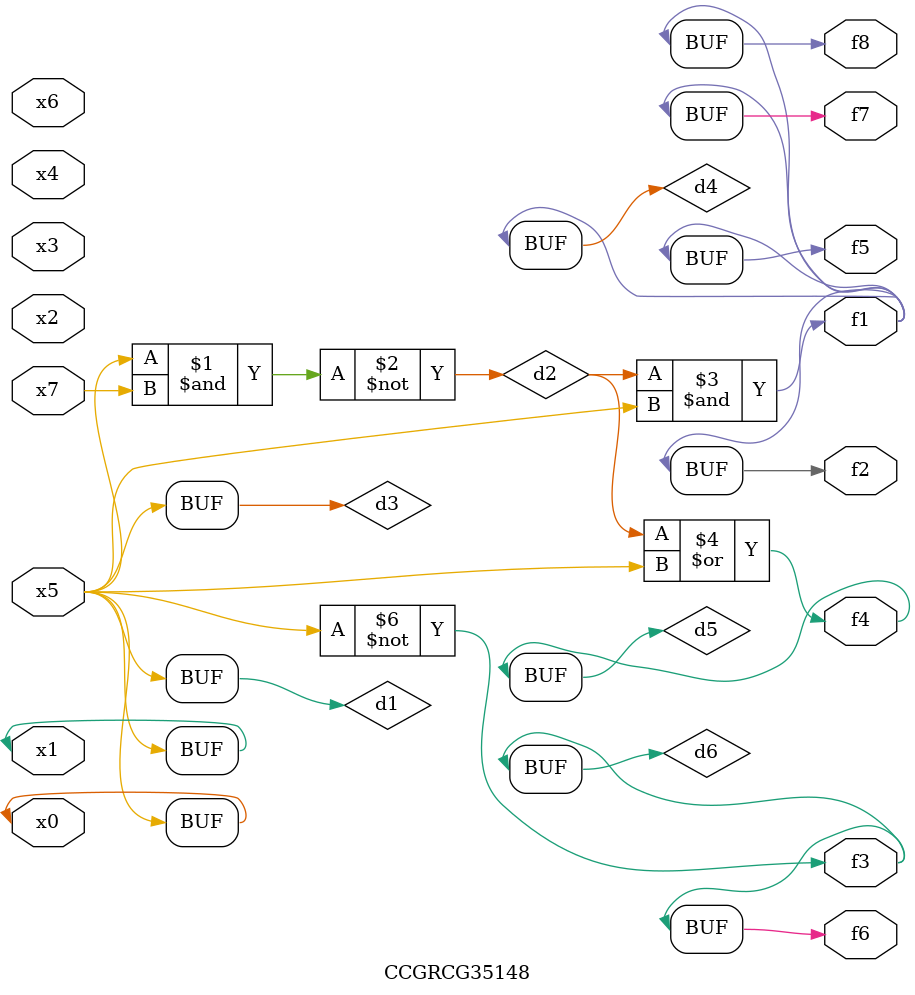
<source format=v>
module CCGRCG35148(
	input x0, x1, x2, x3, x4, x5, x6, x7,
	output f1, f2, f3, f4, f5, f6, f7, f8
);

	wire d1, d2, d3, d4, d5, d6;

	buf (d1, x0, x5);
	nand (d2, x5, x7);
	buf (d3, x0, x1);
	and (d4, d2, d3);
	or (d5, d2, d3);
	nor (d6, d1, d3);
	assign f1 = d4;
	assign f2 = d4;
	assign f3 = d6;
	assign f4 = d5;
	assign f5 = d4;
	assign f6 = d6;
	assign f7 = d4;
	assign f8 = d4;
endmodule

</source>
